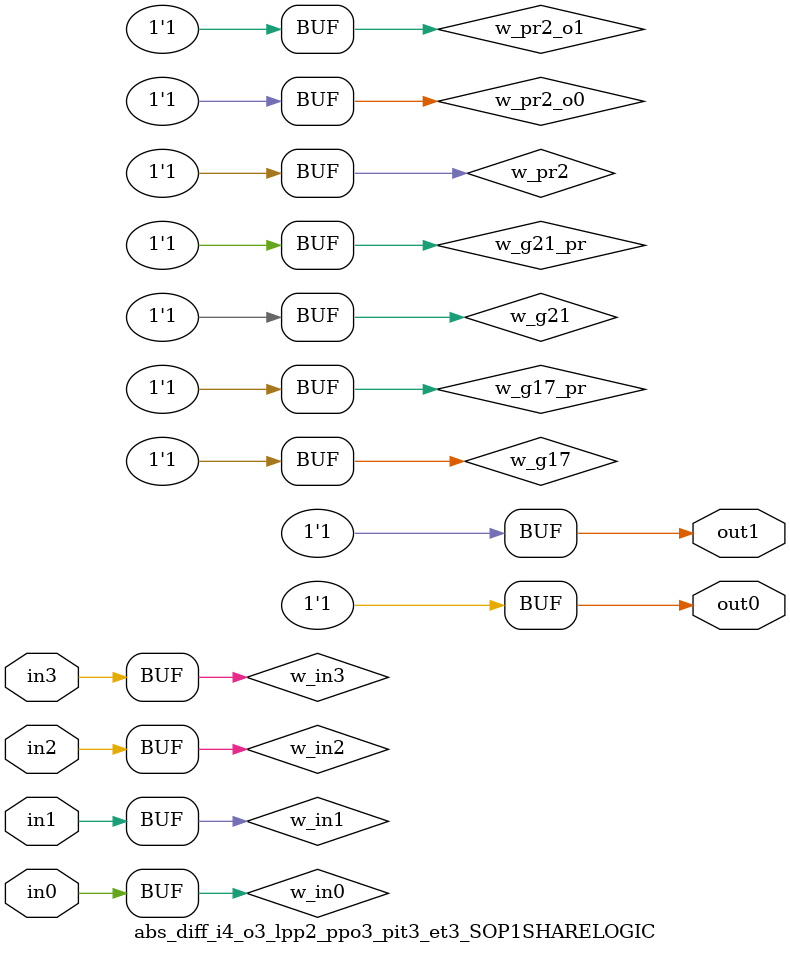
<source format=v>
module abs_diff_i4_o3_lpp2_ppo3_pit3_et3_SOP1SHARELOGIC (in0, in1, in2, in3, out0, out1);
// declaring inputs
input in0,  in1,  in2,  in3;
// declaring outputs
output out0,  out1;
// JSON model input
wire w_in3, w_in2, w_in1, w_in0;
// JSON model output
wire w_g17, w_g21;
//json model
wire w_g17_pr, w_g21_pr, w_pr0_o0, w_pr1_o0, w_pr2_o0, w_pr0_o1, w_pr1_o1, w_pr2_o1, w_pr0, w_pr1, w_pr2;
// JSON model input assign
assign w_in3 = in3;
assign w_in2 = in2;
assign w_in1 = in1;
assign w_in0 = in0;

//json model assigns (approximated Shared/XPAT part)
//assign literals to products
assign w_pr0 = w_in1 & w_in3;
assign w_pr1 = ~w_in1;
assign w_pr2 = 1;
//if a product has literals and if the product is being "activated" for that output
assign w_pr0_o0 = w_pr0 & 1;
assign w_pr1_o0 = w_pr1 & 1;
assign w_pr2_o0 = w_pr2 & 1;
assign w_pr0_o1 = w_pr0 & 0;
assign w_pr1_o1 = w_pr1 & 0;
assign w_pr2_o1 = w_pr2 & 1;
//compose an output with corresponding products (OR)
assign w_g17 = w_pr0_o0 | w_pr1_o0 | w_pr2_o0;
assign w_g21 = w_pr0_o1 | w_pr1_o1 | w_pr2_o1;
//if an output has products and if it is part of the JSON model
assign w_g17_pr = w_g17 & 1;
assign w_g21_pr = w_g21 & 1;
// output assigns
assign out0 = w_g17_pr;
assign out1 = w_g21_pr;
endmodule
</source>
